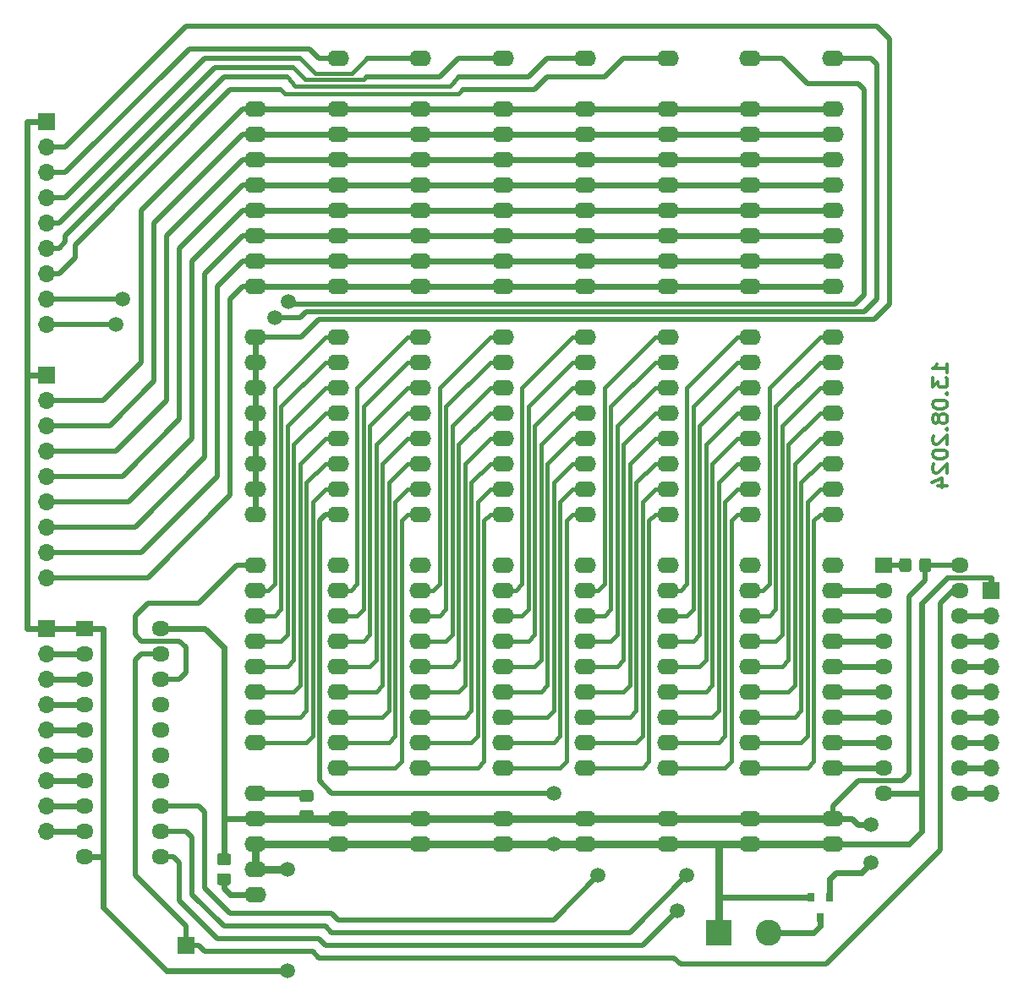
<source format=gbr>
%TF.GenerationSoftware,KiCad,Pcbnew,(5.1.8)-1*%
%TF.CreationDate,2024-08-14T23:36:35+03:00*%
%TF.ProjectId,MUL8x8,4d554c38-7838-42e6-9b69-6361645f7063,rev?*%
%TF.SameCoordinates,Original*%
%TF.FileFunction,Copper,L2,Bot*%
%TF.FilePolarity,Positive*%
%FSLAX46Y46*%
G04 Gerber Fmt 4.6, Leading zero omitted, Abs format (unit mm)*
G04 Created by KiCad (PCBNEW (5.1.8)-1) date 2024-08-14 23:36:35*
%MOMM*%
%LPD*%
G01*
G04 APERTURE LIST*
%TA.AperFunction,NonConductor*%
%ADD10C,0.300000*%
%TD*%
%TA.AperFunction,ComponentPad*%
%ADD11O,1.800000X1.500000*%
%TD*%
%TA.AperFunction,ComponentPad*%
%ADD12R,1.800000X1.500000*%
%TD*%
%TA.AperFunction,SMDPad,CuDef*%
%ADD13R,0.800000X0.900000*%
%TD*%
%TA.AperFunction,ComponentPad*%
%ADD14C,2.600000*%
%TD*%
%TA.AperFunction,ComponentPad*%
%ADD15R,2.600000X2.600000*%
%TD*%
%TA.AperFunction,ComponentPad*%
%ADD16R,1.700000X1.700000*%
%TD*%
%TA.AperFunction,ComponentPad*%
%ADD17O,1.700000X1.700000*%
%TD*%
%TA.AperFunction,ComponentPad*%
%ADD18O,2.200000X1.600000*%
%TD*%
%TA.AperFunction,ViaPad*%
%ADD19C,1.500000*%
%TD*%
%TA.AperFunction,Conductor*%
%ADD20C,0.400000*%
%TD*%
%TA.AperFunction,Conductor*%
%ADD21C,0.600000*%
%TD*%
%TA.AperFunction,Conductor*%
%ADD22C,0.500000*%
%TD*%
%TA.AperFunction,Conductor*%
%ADD23C,0.800000*%
%TD*%
G04 APERTURE END LIST*
D10*
X105453571Y-50594285D02*
X105453571Y-49737142D01*
X105453571Y-50165714D02*
X103953571Y-50165714D01*
X104167857Y-50022857D01*
X104310714Y-49880000D01*
X104382142Y-49737142D01*
X103953571Y-51094285D02*
X103953571Y-52022857D01*
X104525000Y-51522857D01*
X104525000Y-51737142D01*
X104596428Y-51880000D01*
X104667857Y-51951428D01*
X104810714Y-52022857D01*
X105167857Y-52022857D01*
X105310714Y-51951428D01*
X105382142Y-51880000D01*
X105453571Y-51737142D01*
X105453571Y-51308571D01*
X105382142Y-51165714D01*
X105310714Y-51094285D01*
X105310714Y-52665714D02*
X105382142Y-52737142D01*
X105453571Y-52665714D01*
X105382142Y-52594285D01*
X105310714Y-52665714D01*
X105453571Y-52665714D01*
X103953571Y-53665714D02*
X103953571Y-53808571D01*
X104025000Y-53951428D01*
X104096428Y-54022857D01*
X104239285Y-54094285D01*
X104525000Y-54165714D01*
X104882142Y-54165714D01*
X105167857Y-54094285D01*
X105310714Y-54022857D01*
X105382142Y-53951428D01*
X105453571Y-53808571D01*
X105453571Y-53665714D01*
X105382142Y-53522857D01*
X105310714Y-53451428D01*
X105167857Y-53380000D01*
X104882142Y-53308571D01*
X104525000Y-53308571D01*
X104239285Y-53380000D01*
X104096428Y-53451428D01*
X104025000Y-53522857D01*
X103953571Y-53665714D01*
X104596428Y-55022857D02*
X104525000Y-54880000D01*
X104453571Y-54808571D01*
X104310714Y-54737142D01*
X104239285Y-54737142D01*
X104096428Y-54808571D01*
X104025000Y-54880000D01*
X103953571Y-55022857D01*
X103953571Y-55308571D01*
X104025000Y-55451428D01*
X104096428Y-55522857D01*
X104239285Y-55594285D01*
X104310714Y-55594285D01*
X104453571Y-55522857D01*
X104525000Y-55451428D01*
X104596428Y-55308571D01*
X104596428Y-55022857D01*
X104667857Y-54880000D01*
X104739285Y-54808571D01*
X104882142Y-54737142D01*
X105167857Y-54737142D01*
X105310714Y-54808571D01*
X105382142Y-54880000D01*
X105453571Y-55022857D01*
X105453571Y-55308571D01*
X105382142Y-55451428D01*
X105310714Y-55522857D01*
X105167857Y-55594285D01*
X104882142Y-55594285D01*
X104739285Y-55522857D01*
X104667857Y-55451428D01*
X104596428Y-55308571D01*
X105310714Y-56237142D02*
X105382142Y-56308571D01*
X105453571Y-56237142D01*
X105382142Y-56165714D01*
X105310714Y-56237142D01*
X105453571Y-56237142D01*
X104096428Y-56880000D02*
X104025000Y-56951428D01*
X103953571Y-57094285D01*
X103953571Y-57451428D01*
X104025000Y-57594285D01*
X104096428Y-57665714D01*
X104239285Y-57737142D01*
X104382142Y-57737142D01*
X104596428Y-57665714D01*
X105453571Y-56808571D01*
X105453571Y-57737142D01*
X103953571Y-58665714D02*
X103953571Y-58808571D01*
X104025000Y-58951428D01*
X104096428Y-59022857D01*
X104239285Y-59094285D01*
X104525000Y-59165714D01*
X104882142Y-59165714D01*
X105167857Y-59094285D01*
X105310714Y-59022857D01*
X105382142Y-58951428D01*
X105453571Y-58808571D01*
X105453571Y-58665714D01*
X105382142Y-58522857D01*
X105310714Y-58451428D01*
X105167857Y-58380000D01*
X104882142Y-58308571D01*
X104525000Y-58308571D01*
X104239285Y-58380000D01*
X104096428Y-58451428D01*
X104025000Y-58522857D01*
X103953571Y-58665714D01*
X104096428Y-59737142D02*
X104025000Y-59808571D01*
X103953571Y-59951428D01*
X103953571Y-60308571D01*
X104025000Y-60451428D01*
X104096428Y-60522857D01*
X104239285Y-60594285D01*
X104382142Y-60594285D01*
X104596428Y-60522857D01*
X105453571Y-59665714D01*
X105453571Y-60594285D01*
X104453571Y-61880000D02*
X105453571Y-61880000D01*
X103882142Y-61522857D02*
X104953571Y-61165714D01*
X104953571Y-62094285D01*
%TO.P,R3,2*%
%TO.N,VCC*%
%TA.AperFunction,SMDPad,CuDef*%
G36*
G01*
X102635000Y-70300001D02*
X102635000Y-69399999D01*
G75*
G02*
X102884999Y-69150000I249999J0D01*
G01*
X103585001Y-69150000D01*
G75*
G02*
X103835000Y-69399999I0J-249999D01*
G01*
X103835000Y-70300001D01*
G75*
G02*
X103585001Y-70550000I-249999J0D01*
G01*
X102884999Y-70550000D01*
G75*
G02*
X102635000Y-70300001I0J249999D01*
G01*
G37*
%TD.AperFunction*%
%TO.P,R3,1*%
%TO.N,Net-(R3-Pad1)*%
%TA.AperFunction,SMDPad,CuDef*%
G36*
G01*
X100635000Y-70300001D02*
X100635000Y-69399999D01*
G75*
G02*
X100884999Y-69150000I249999J0D01*
G01*
X101585001Y-69150000D01*
G75*
G02*
X101835000Y-69399999I0J-249999D01*
G01*
X101835000Y-70300001D01*
G75*
G02*
X101585001Y-70550000I-249999J0D01*
G01*
X100884999Y-70550000D01*
G75*
G02*
X100635000Y-70300001I0J249999D01*
G01*
G37*
%TD.AperFunction*%
%TD*%
D11*
%TO.P,U10,20*%
%TO.N,VCC*%
X106680000Y-69850000D03*
%TO.P,U10,10*%
%TO.N,GND*%
X99060000Y-92710000D03*
%TO.P,U10,19*%
%TO.N,/~MUL*%
X106680000Y-72390000D03*
%TO.P,U10,9*%
%TO.N,/P15*%
X99060000Y-90170000D03*
%TO.P,U10,18*%
%TO.N,/M8*%
X106680000Y-74930000D03*
%TO.P,U10,8*%
%TO.N,/P14*%
X99060000Y-87630000D03*
%TO.P,U10,17*%
%TO.N,/M9*%
X106680000Y-77470000D03*
%TO.P,U10,7*%
%TO.N,/P13*%
X99060000Y-85090000D03*
%TO.P,U10,16*%
%TO.N,/M10*%
X106680000Y-80010000D03*
%TO.P,U10,6*%
%TO.N,/P12*%
X99060000Y-82550000D03*
%TO.P,U10,15*%
%TO.N,/M11*%
X106680000Y-82550000D03*
%TO.P,U10,5*%
%TO.N,/P11*%
X99060000Y-80010000D03*
%TO.P,U10,14*%
%TO.N,/M12*%
X106680000Y-85090000D03*
%TO.P,U10,4*%
%TO.N,/P10*%
X99060000Y-77470000D03*
%TO.P,U10,13*%
%TO.N,/M13*%
X106680000Y-87630000D03*
%TO.P,U10,3*%
%TO.N,/P9*%
X99060000Y-74930000D03*
%TO.P,U10,12*%
%TO.N,/M14*%
X106680000Y-90170000D03*
%TO.P,U10,2*%
%TO.N,/P8*%
X99060000Y-72390000D03*
%TO.P,U10,11*%
%TO.N,/M15*%
X106680000Y-92710000D03*
D12*
%TO.P,U10,1*%
%TO.N,Net-(R3-Pad1)*%
X99060000Y-69850000D03*
%TD*%
D11*
%TO.P,U9,20*%
%TO.N,VCC*%
X26670000Y-76200000D03*
%TO.P,U9,10*%
%TO.N,GND*%
X19050000Y-99060000D03*
%TO.P,U9,19*%
%TO.N,/~MUL*%
X26670000Y-78740000D03*
%TO.P,U9,9*%
%TO.N,/M7*%
X19050000Y-96520000D03*
%TO.P,U9,18*%
%TO.N,/P0*%
X26670000Y-81280000D03*
%TO.P,U9,8*%
%TO.N,/M6*%
X19050000Y-93980000D03*
%TO.P,U9,17*%
%TO.N,/P1*%
X26670000Y-83820000D03*
%TO.P,U9,7*%
%TO.N,/M5*%
X19050000Y-91440000D03*
%TO.P,U9,16*%
%TO.N,/P2*%
X26670000Y-86360000D03*
%TO.P,U9,6*%
%TO.N,/M4*%
X19050000Y-88900000D03*
%TO.P,U9,15*%
%TO.N,/P3*%
X26670000Y-88900000D03*
%TO.P,U9,5*%
%TO.N,/M3*%
X19050000Y-86360000D03*
%TO.P,U9,14*%
%TO.N,/P4*%
X26670000Y-91440000D03*
%TO.P,U9,4*%
%TO.N,/M2*%
X19050000Y-83820000D03*
%TO.P,U9,13*%
%TO.N,/P5*%
X26670000Y-93980000D03*
%TO.P,U9,3*%
%TO.N,/M1*%
X19050000Y-81280000D03*
%TO.P,U9,12*%
%TO.N,/P6*%
X26670000Y-96520000D03*
%TO.P,U9,2*%
%TO.N,/M0*%
X19050000Y-78740000D03*
%TO.P,U9,11*%
%TO.N,/P7*%
X26670000Y-99060000D03*
D12*
%TO.P,U9,1*%
%TO.N,GND*%
X19050000Y-76200000D03*
%TD*%
%TO.P,R2,2*%
%TO.N,VCC*%
%TA.AperFunction,SMDPad,CuDef*%
G36*
G01*
X33470001Y-99930000D02*
X32569999Y-99930000D01*
G75*
G02*
X32320000Y-99680001I0J249999D01*
G01*
X32320000Y-98979999D01*
G75*
G02*
X32569999Y-98730000I249999J0D01*
G01*
X33470001Y-98730000D01*
G75*
G02*
X33720000Y-98979999I0J-249999D01*
G01*
X33720000Y-99680001D01*
G75*
G02*
X33470001Y-99930000I-249999J0D01*
G01*
G37*
%TD.AperFunction*%
%TO.P,R2,1*%
%TO.N,Net-(R2-Pad1)*%
%TA.AperFunction,SMDPad,CuDef*%
G36*
G01*
X33470001Y-101930000D02*
X32569999Y-101930000D01*
G75*
G02*
X32320000Y-101680001I0J249999D01*
G01*
X32320000Y-100979999D01*
G75*
G02*
X32569999Y-100730000I249999J0D01*
G01*
X33470001Y-100730000D01*
G75*
G02*
X33720000Y-100979999I0J-249999D01*
G01*
X33720000Y-101680001D01*
G75*
G02*
X33470001Y-101930000I-249999J0D01*
G01*
G37*
%TD.AperFunction*%
%TD*%
%TO.P,R1,2*%
%TO.N,Net-(R1-Pad2)*%
%TA.AperFunction,SMDPad,CuDef*%
G36*
G01*
X41725001Y-93580000D02*
X40824999Y-93580000D01*
G75*
G02*
X40575000Y-93330001I0J249999D01*
G01*
X40575000Y-92629999D01*
G75*
G02*
X40824999Y-92380000I249999J0D01*
G01*
X41725001Y-92380000D01*
G75*
G02*
X41975000Y-92629999I0J-249999D01*
G01*
X41975000Y-93330001D01*
G75*
G02*
X41725001Y-93580000I-249999J0D01*
G01*
G37*
%TD.AperFunction*%
%TO.P,R1,1*%
%TO.N,VCC*%
%TA.AperFunction,SMDPad,CuDef*%
G36*
G01*
X41725001Y-95580000D02*
X40824999Y-95580000D01*
G75*
G02*
X40575000Y-95330001I0J249999D01*
G01*
X40575000Y-94629999D01*
G75*
G02*
X40824999Y-94380000I249999J0D01*
G01*
X41725001Y-94380000D01*
G75*
G02*
X41975000Y-94629999I0J-249999D01*
G01*
X41975000Y-95330001D01*
G75*
G02*
X41725001Y-95580000I-249999J0D01*
G01*
G37*
%TD.AperFunction*%
%TD*%
D13*
%TO.P,Q1,3*%
%TO.N,Net-(J6-Pad2)*%
X92710000Y-105140000D03*
%TO.P,Q1,2*%
%TO.N,VCC*%
X93660000Y-103140000D03*
%TO.P,Q1,1*%
%TO.N,GND*%
X91760000Y-103140000D03*
%TD*%
D14*
%TO.P,J6,2*%
%TO.N,Net-(J6-Pad2)*%
X87550000Y-106680000D03*
D15*
%TO.P,J6,1*%
%TO.N,GND*%
X82550000Y-106680000D03*
%TD*%
D16*
%TO.P,J5,1*%
%TO.N,/~MUL*%
X29210000Y-107950000D03*
%TD*%
D17*
%TO.P,J4,9*%
%TO.N,/M15*%
X109855000Y-92710000D03*
%TO.P,J4,8*%
%TO.N,/M14*%
X109855000Y-90170000D03*
%TO.P,J4,7*%
%TO.N,/M13*%
X109855000Y-87630000D03*
%TO.P,J4,6*%
%TO.N,/M12*%
X109855000Y-85090000D03*
%TO.P,J4,5*%
%TO.N,/M11*%
X109855000Y-82550000D03*
%TO.P,J4,4*%
%TO.N,/M10*%
X109855000Y-80010000D03*
%TO.P,J4,3*%
%TO.N,/M9*%
X109855000Y-77470000D03*
%TO.P,J4,2*%
%TO.N,/M8*%
X109855000Y-74930000D03*
D16*
%TO.P,J4,1*%
%TO.N,GND*%
X109855000Y-72390000D03*
%TD*%
D17*
%TO.P,J3,9*%
%TO.N,/M7*%
X15240000Y-96520000D03*
%TO.P,J3,8*%
%TO.N,/M6*%
X15240000Y-93980000D03*
%TO.P,J3,7*%
%TO.N,/M5*%
X15240000Y-91440000D03*
%TO.P,J3,6*%
%TO.N,/M4*%
X15240000Y-88900000D03*
%TO.P,J3,5*%
%TO.N,/M3*%
X15240000Y-86360000D03*
%TO.P,J3,4*%
%TO.N,/M2*%
X15240000Y-83820000D03*
%TO.P,J3,3*%
%TO.N,/M1*%
X15240000Y-81280000D03*
%TO.P,J3,2*%
%TO.N,/M0*%
X15240000Y-78740000D03*
D16*
%TO.P,J3,1*%
%TO.N,GND*%
X15240000Y-76200000D03*
%TD*%
D17*
%TO.P,J2,9*%
%TO.N,/B7*%
X15240000Y-45720000D03*
%TO.P,J2,8*%
%TO.N,/B6*%
X15240000Y-43180000D03*
%TO.P,J2,7*%
%TO.N,/B5*%
X15240000Y-40640000D03*
%TO.P,J2,6*%
%TO.N,/B4*%
X15240000Y-38100000D03*
%TO.P,J2,5*%
%TO.N,/B3*%
X15240000Y-35560000D03*
%TO.P,J2,4*%
%TO.N,/B2*%
X15240000Y-33020000D03*
%TO.P,J2,3*%
%TO.N,/B1*%
X15240000Y-30480000D03*
%TO.P,J2,2*%
%TO.N,/B0*%
X15240000Y-27940000D03*
D16*
%TO.P,J2,1*%
%TO.N,GND*%
X15240000Y-25400000D03*
%TD*%
D17*
%TO.P,J1,9*%
%TO.N,/A7*%
X15240000Y-71120000D03*
%TO.P,J1,8*%
%TO.N,/A6*%
X15240000Y-68580000D03*
%TO.P,J1,7*%
%TO.N,/A5*%
X15240000Y-66040000D03*
%TO.P,J1,6*%
%TO.N,/A4*%
X15240000Y-63500000D03*
%TO.P,J1,5*%
%TO.N,/A3*%
X15240000Y-60960000D03*
%TO.P,J1,4*%
%TO.N,/A2*%
X15240000Y-58420000D03*
%TO.P,J1,3*%
%TO.N,/A1*%
X15240000Y-55880000D03*
%TO.P,J1,2*%
%TO.N,/A0*%
X15240000Y-53340000D03*
D16*
%TO.P,J1,1*%
%TO.N,GND*%
X15240000Y-50800000D03*
%TD*%
D18*
%TO.P,U8,29*%
%TO.N,Net-(R2-Pad1)*%
X36195000Y-102870000D03*
%TO.P,U8,28*%
%TO.N,GND*%
X36195000Y-100330000D03*
%TO.P,U8,27*%
X36195000Y-97790000D03*
%TO.P,U8,26*%
%TO.N,VCC*%
X36195000Y-95250000D03*
%TO.P,U8,25*%
%TO.N,Net-(R1-Pad2)*%
X36195000Y-92710000D03*
%TO.P,U8,24*%
%TO.N,Net-(U1-Pad16)*%
X36195000Y-87630000D03*
%TO.P,U8,23*%
%TO.N,Net-(U1-Pad15)*%
X36195000Y-85090000D03*
%TO.P,U8,22*%
%TO.N,Net-(U1-Pad14)*%
X36195000Y-82550000D03*
%TO.P,U8,21*%
%TO.N,Net-(U1-Pad13)*%
X36195000Y-80010000D03*
%TO.P,U8,20*%
%TO.N,Net-(U1-Pad12)*%
X36195000Y-77470000D03*
%TO.P,U8,19*%
%TO.N,Net-(U1-Pad11)*%
X36195000Y-74930000D03*
%TO.P,U8,18*%
%TO.N,Net-(U1-Pad10)*%
X36195000Y-72390000D03*
%TO.P,U8,17*%
%TO.N,/P0*%
X36195000Y-69850000D03*
%TO.P,U8,16*%
%TO.N,/B0*%
X36195000Y-64770000D03*
%TO.P,U8,15*%
X36195000Y-62230000D03*
%TO.P,U8,14*%
X36195000Y-59690000D03*
%TO.P,U8,13*%
X36195000Y-57150000D03*
%TO.P,U8,12*%
X36195000Y-54610000D03*
%TO.P,U8,11*%
X36195000Y-52070000D03*
%TO.P,U8,10*%
X36195000Y-49530000D03*
%TO.P,U8,9*%
X36195000Y-46990000D03*
%TO.P,U8,8*%
%TO.N,/A7*%
X36195000Y-41910000D03*
%TO.P,U8,7*%
%TO.N,/A6*%
X36195000Y-39370000D03*
%TO.P,U8,6*%
%TO.N,/A5*%
X36195000Y-36830000D03*
%TO.P,U8,5*%
%TO.N,/A4*%
X36195000Y-34290000D03*
%TO.P,U8,4*%
%TO.N,/A3*%
X36195000Y-31750000D03*
%TO.P,U8,3*%
%TO.N,/A2*%
X36195000Y-29210000D03*
%TO.P,U8,2*%
%TO.N,/A1*%
X36195000Y-26670000D03*
%TO.P,U8,1*%
%TO.N,/A0*%
X36195000Y-24130000D03*
%TD*%
%TO.P,U7,28*%
%TO.N,GND*%
X93980000Y-97790000D03*
%TO.P,U7,27*%
%TO.N,VCC*%
X93980000Y-95250000D03*
%TO.P,U7,26*%
%TO.N,/P15*%
X93980000Y-90170000D03*
%TO.P,U7,25*%
%TO.N,/P14*%
X93980000Y-87630000D03*
%TO.P,U7,24*%
%TO.N,/P13*%
X93980000Y-85090000D03*
%TO.P,U7,23*%
%TO.N,/P12*%
X93980000Y-82550000D03*
%TO.P,U7,22*%
%TO.N,/P11*%
X93980000Y-80010000D03*
%TO.P,U7,21*%
%TO.N,/P10*%
X93980000Y-77470000D03*
%TO.P,U7,20*%
%TO.N,/P9*%
X93980000Y-74930000D03*
%TO.P,U7,19*%
%TO.N,/P8*%
X93980000Y-72390000D03*
%TO.P,U7,18*%
%TO.N,/P7*%
X93980000Y-69850000D03*
%TO.P,U7,17*%
%TO.N,Net-(U6-Pad26)*%
X93980000Y-64770000D03*
%TO.P,U7,16*%
%TO.N,Net-(U6-Pad25)*%
X93980000Y-62230000D03*
%TO.P,U7,15*%
%TO.N,Net-(U6-Pad24)*%
X93980000Y-59690000D03*
%TO.P,U7,14*%
%TO.N,Net-(U6-Pad23)*%
X93980000Y-57150000D03*
%TO.P,U7,13*%
%TO.N,Net-(U6-Pad22)*%
X93980000Y-54610000D03*
%TO.P,U7,12*%
%TO.N,Net-(U6-Pad21)*%
X93980000Y-52070000D03*
%TO.P,U7,11*%
%TO.N,Net-(U6-Pad20)*%
X93980000Y-49530000D03*
%TO.P,U7,10*%
%TO.N,Net-(U6-Pad19)*%
X93980000Y-46990000D03*
%TO.P,U7,9*%
%TO.N,/A7*%
X93980000Y-41910000D03*
%TO.P,U7,8*%
%TO.N,/A6*%
X93980000Y-39370000D03*
%TO.P,U7,7*%
%TO.N,/A5*%
X93980000Y-36830000D03*
%TO.P,U7,6*%
%TO.N,/A4*%
X93980000Y-34290000D03*
%TO.P,U7,5*%
%TO.N,/A3*%
X93980000Y-31750000D03*
%TO.P,U7,4*%
%TO.N,/A2*%
X93980000Y-29210000D03*
%TO.P,U7,3*%
%TO.N,/A1*%
X93980000Y-26670000D03*
%TO.P,U7,2*%
%TO.N,/A0*%
X93980000Y-24130000D03*
%TO.P,U7,1*%
%TO.N,/B7*%
X93980000Y-19050000D03*
%TD*%
%TO.P,U6,28*%
%TO.N,GND*%
X85725000Y-97790000D03*
%TO.P,U6,27*%
%TO.N,VCC*%
X85725000Y-95250000D03*
%TO.P,U6,26*%
%TO.N,Net-(U6-Pad26)*%
X85725000Y-90170000D03*
%TO.P,U6,25*%
%TO.N,Net-(U6-Pad25)*%
X85725000Y-87630000D03*
%TO.P,U6,24*%
%TO.N,Net-(U6-Pad24)*%
X85725000Y-85090000D03*
%TO.P,U6,23*%
%TO.N,Net-(U6-Pad23)*%
X85725000Y-82550000D03*
%TO.P,U6,22*%
%TO.N,Net-(U6-Pad22)*%
X85725000Y-80010000D03*
%TO.P,U6,21*%
%TO.N,Net-(U6-Pad21)*%
X85725000Y-77470000D03*
%TO.P,U6,20*%
%TO.N,Net-(U6-Pad20)*%
X85725000Y-74930000D03*
%TO.P,U6,19*%
%TO.N,Net-(U6-Pad19)*%
X85725000Y-72390000D03*
%TO.P,U6,18*%
%TO.N,/P6*%
X85725000Y-69850000D03*
%TO.P,U6,17*%
%TO.N,Net-(U5-Pad26)*%
X85725000Y-64770000D03*
%TO.P,U6,16*%
%TO.N,Net-(U5-Pad25)*%
X85725000Y-62230000D03*
%TO.P,U6,15*%
%TO.N,Net-(U5-Pad24)*%
X85725000Y-59690000D03*
%TO.P,U6,14*%
%TO.N,Net-(U5-Pad23)*%
X85725000Y-57150000D03*
%TO.P,U6,13*%
%TO.N,Net-(U5-Pad22)*%
X85725000Y-54610000D03*
%TO.P,U6,12*%
%TO.N,Net-(U5-Pad21)*%
X85725000Y-52070000D03*
%TO.P,U6,11*%
%TO.N,Net-(U5-Pad20)*%
X85725000Y-49530000D03*
%TO.P,U6,10*%
%TO.N,Net-(U5-Pad19)*%
X85725000Y-46990000D03*
%TO.P,U6,9*%
%TO.N,/A7*%
X85725000Y-41910000D03*
%TO.P,U6,8*%
%TO.N,/A6*%
X85725000Y-39370000D03*
%TO.P,U6,7*%
%TO.N,/A5*%
X85725000Y-36830000D03*
%TO.P,U6,6*%
%TO.N,/A4*%
X85725000Y-34290000D03*
%TO.P,U6,5*%
%TO.N,/A3*%
X85725000Y-31750000D03*
%TO.P,U6,4*%
%TO.N,/A2*%
X85725000Y-29210000D03*
%TO.P,U6,3*%
%TO.N,/A1*%
X85725000Y-26670000D03*
%TO.P,U6,2*%
%TO.N,/A0*%
X85725000Y-24130000D03*
%TO.P,U6,1*%
%TO.N,/B6*%
X85725000Y-19050000D03*
%TD*%
%TO.P,U5,28*%
%TO.N,GND*%
X77470000Y-97790000D03*
%TO.P,U5,27*%
%TO.N,VCC*%
X77470000Y-95250000D03*
%TO.P,U5,26*%
%TO.N,Net-(U5-Pad26)*%
X77470000Y-90170000D03*
%TO.P,U5,25*%
%TO.N,Net-(U5-Pad25)*%
X77470000Y-87630000D03*
%TO.P,U5,24*%
%TO.N,Net-(U5-Pad24)*%
X77470000Y-85090000D03*
%TO.P,U5,23*%
%TO.N,Net-(U5-Pad23)*%
X77470000Y-82550000D03*
%TO.P,U5,22*%
%TO.N,Net-(U5-Pad22)*%
X77470000Y-80010000D03*
%TO.P,U5,21*%
%TO.N,Net-(U5-Pad21)*%
X77470000Y-77470000D03*
%TO.P,U5,20*%
%TO.N,Net-(U5-Pad20)*%
X77470000Y-74930000D03*
%TO.P,U5,19*%
%TO.N,Net-(U5-Pad19)*%
X77470000Y-72390000D03*
%TO.P,U5,18*%
%TO.N,/P5*%
X77470000Y-69850000D03*
%TO.P,U5,17*%
%TO.N,Net-(U4-Pad26)*%
X77470000Y-64770000D03*
%TO.P,U5,16*%
%TO.N,Net-(U4-Pad25)*%
X77470000Y-62230000D03*
%TO.P,U5,15*%
%TO.N,Net-(U4-Pad24)*%
X77470000Y-59690000D03*
%TO.P,U5,14*%
%TO.N,Net-(U4-Pad23)*%
X77470000Y-57150000D03*
%TO.P,U5,13*%
%TO.N,Net-(U4-Pad22)*%
X77470000Y-54610000D03*
%TO.P,U5,12*%
%TO.N,Net-(U4-Pad21)*%
X77470000Y-52070000D03*
%TO.P,U5,11*%
%TO.N,Net-(U4-Pad20)*%
X77470000Y-49530000D03*
%TO.P,U5,10*%
%TO.N,Net-(U4-Pad19)*%
X77470000Y-46990000D03*
%TO.P,U5,9*%
%TO.N,/A7*%
X77470000Y-41910000D03*
%TO.P,U5,8*%
%TO.N,/A6*%
X77470000Y-39370000D03*
%TO.P,U5,7*%
%TO.N,/A5*%
X77470000Y-36830000D03*
%TO.P,U5,6*%
%TO.N,/A4*%
X77470000Y-34290000D03*
%TO.P,U5,5*%
%TO.N,/A3*%
X77470000Y-31750000D03*
%TO.P,U5,4*%
%TO.N,/A2*%
X77470000Y-29210000D03*
%TO.P,U5,3*%
%TO.N,/A1*%
X77470000Y-26670000D03*
%TO.P,U5,2*%
%TO.N,/A0*%
X77470000Y-24130000D03*
%TO.P,U5,1*%
%TO.N,/B5*%
X77470000Y-19050000D03*
%TD*%
%TO.P,U4,28*%
%TO.N,GND*%
X69215000Y-97790000D03*
%TO.P,U4,27*%
%TO.N,VCC*%
X69215000Y-95250000D03*
%TO.P,U4,26*%
%TO.N,Net-(U4-Pad26)*%
X69215000Y-90170000D03*
%TO.P,U4,25*%
%TO.N,Net-(U4-Pad25)*%
X69215000Y-87630000D03*
%TO.P,U4,24*%
%TO.N,Net-(U4-Pad24)*%
X69215000Y-85090000D03*
%TO.P,U4,23*%
%TO.N,Net-(U4-Pad23)*%
X69215000Y-82550000D03*
%TO.P,U4,22*%
%TO.N,Net-(U4-Pad22)*%
X69215000Y-80010000D03*
%TO.P,U4,21*%
%TO.N,Net-(U4-Pad21)*%
X69215000Y-77470000D03*
%TO.P,U4,20*%
%TO.N,Net-(U4-Pad20)*%
X69215000Y-74930000D03*
%TO.P,U4,19*%
%TO.N,Net-(U4-Pad19)*%
X69215000Y-72390000D03*
%TO.P,U4,18*%
%TO.N,/P4*%
X69215000Y-69850000D03*
%TO.P,U4,17*%
%TO.N,Net-(U3-Pad26)*%
X69215000Y-64770000D03*
%TO.P,U4,16*%
%TO.N,Net-(U3-Pad25)*%
X69215000Y-62230000D03*
%TO.P,U4,15*%
%TO.N,Net-(U3-Pad24)*%
X69215000Y-59690000D03*
%TO.P,U4,14*%
%TO.N,Net-(U3-Pad23)*%
X69215000Y-57150000D03*
%TO.P,U4,13*%
%TO.N,Net-(U3-Pad22)*%
X69215000Y-54610000D03*
%TO.P,U4,12*%
%TO.N,Net-(U3-Pad21)*%
X69215000Y-52070000D03*
%TO.P,U4,11*%
%TO.N,Net-(U3-Pad20)*%
X69215000Y-49530000D03*
%TO.P,U4,10*%
%TO.N,Net-(U3-Pad19)*%
X69215000Y-46990000D03*
%TO.P,U4,9*%
%TO.N,/A7*%
X69215000Y-41910000D03*
%TO.P,U4,8*%
%TO.N,/A6*%
X69215000Y-39370000D03*
%TO.P,U4,7*%
%TO.N,/A5*%
X69215000Y-36830000D03*
%TO.P,U4,6*%
%TO.N,/A4*%
X69215000Y-34290000D03*
%TO.P,U4,5*%
%TO.N,/A3*%
X69215000Y-31750000D03*
%TO.P,U4,4*%
%TO.N,/A2*%
X69215000Y-29210000D03*
%TO.P,U4,3*%
%TO.N,/A1*%
X69215000Y-26670000D03*
%TO.P,U4,2*%
%TO.N,/A0*%
X69215000Y-24130000D03*
%TO.P,U4,1*%
%TO.N,/B4*%
X69215000Y-19050000D03*
%TD*%
%TO.P,U3,28*%
%TO.N,GND*%
X60960000Y-97790000D03*
%TO.P,U3,27*%
%TO.N,VCC*%
X60960000Y-95250000D03*
%TO.P,U3,26*%
%TO.N,Net-(U3-Pad26)*%
X60960000Y-90170000D03*
%TO.P,U3,25*%
%TO.N,Net-(U3-Pad25)*%
X60960000Y-87630000D03*
%TO.P,U3,24*%
%TO.N,Net-(U3-Pad24)*%
X60960000Y-85090000D03*
%TO.P,U3,23*%
%TO.N,Net-(U3-Pad23)*%
X60960000Y-82550000D03*
%TO.P,U3,22*%
%TO.N,Net-(U3-Pad22)*%
X60960000Y-80010000D03*
%TO.P,U3,21*%
%TO.N,Net-(U3-Pad21)*%
X60960000Y-77470000D03*
%TO.P,U3,20*%
%TO.N,Net-(U3-Pad20)*%
X60960000Y-74930000D03*
%TO.P,U3,19*%
%TO.N,Net-(U3-Pad19)*%
X60960000Y-72390000D03*
%TO.P,U3,18*%
%TO.N,/P3*%
X60960000Y-69850000D03*
%TO.P,U3,17*%
%TO.N,Net-(U2-Pad26)*%
X60960000Y-64770000D03*
%TO.P,U3,16*%
%TO.N,Net-(U2-Pad25)*%
X60960000Y-62230000D03*
%TO.P,U3,15*%
%TO.N,Net-(U2-Pad24)*%
X60960000Y-59690000D03*
%TO.P,U3,14*%
%TO.N,Net-(U2-Pad23)*%
X60960000Y-57150000D03*
%TO.P,U3,13*%
%TO.N,Net-(U2-Pad22)*%
X60960000Y-54610000D03*
%TO.P,U3,12*%
%TO.N,Net-(U2-Pad21)*%
X60960000Y-52070000D03*
%TO.P,U3,11*%
%TO.N,Net-(U2-Pad20)*%
X60960000Y-49530000D03*
%TO.P,U3,10*%
%TO.N,Net-(U2-Pad19)*%
X60960000Y-46990000D03*
%TO.P,U3,9*%
%TO.N,/A7*%
X60960000Y-41910000D03*
%TO.P,U3,8*%
%TO.N,/A6*%
X60960000Y-39370000D03*
%TO.P,U3,7*%
%TO.N,/A5*%
X60960000Y-36830000D03*
%TO.P,U3,6*%
%TO.N,/A4*%
X60960000Y-34290000D03*
%TO.P,U3,5*%
%TO.N,/A3*%
X60960000Y-31750000D03*
%TO.P,U3,4*%
%TO.N,/A2*%
X60960000Y-29210000D03*
%TO.P,U3,3*%
%TO.N,/A1*%
X60960000Y-26670000D03*
%TO.P,U3,2*%
%TO.N,/A0*%
X60960000Y-24130000D03*
%TO.P,U3,1*%
%TO.N,/B3*%
X60960000Y-19050000D03*
%TD*%
%TO.P,U2,28*%
%TO.N,GND*%
X52705000Y-97790000D03*
%TO.P,U2,27*%
%TO.N,VCC*%
X52705000Y-95250000D03*
%TO.P,U2,26*%
%TO.N,Net-(U2-Pad26)*%
X52705000Y-90170000D03*
%TO.P,U2,25*%
%TO.N,Net-(U2-Pad25)*%
X52705000Y-87630000D03*
%TO.P,U2,24*%
%TO.N,Net-(U2-Pad24)*%
X52705000Y-85090000D03*
%TO.P,U2,23*%
%TO.N,Net-(U2-Pad23)*%
X52705000Y-82550000D03*
%TO.P,U2,22*%
%TO.N,Net-(U2-Pad22)*%
X52705000Y-80010000D03*
%TO.P,U2,21*%
%TO.N,Net-(U2-Pad21)*%
X52705000Y-77470000D03*
%TO.P,U2,20*%
%TO.N,Net-(U2-Pad20)*%
X52705000Y-74930000D03*
%TO.P,U2,19*%
%TO.N,Net-(U2-Pad19)*%
X52705000Y-72390000D03*
%TO.P,U2,18*%
%TO.N,/P2*%
X52705000Y-69850000D03*
%TO.P,U2,17*%
%TO.N,Net-(U1-Pad26)*%
X52705000Y-64770000D03*
%TO.P,U2,16*%
%TO.N,Net-(U1-Pad25)*%
X52705000Y-62230000D03*
%TO.P,U2,15*%
%TO.N,Net-(U1-Pad24)*%
X52705000Y-59690000D03*
%TO.P,U2,14*%
%TO.N,Net-(U1-Pad23)*%
X52705000Y-57150000D03*
%TO.P,U2,13*%
%TO.N,Net-(U1-Pad22)*%
X52705000Y-54610000D03*
%TO.P,U2,12*%
%TO.N,Net-(U1-Pad21)*%
X52705000Y-52070000D03*
%TO.P,U2,11*%
%TO.N,Net-(U1-Pad20)*%
X52705000Y-49530000D03*
%TO.P,U2,10*%
%TO.N,Net-(U1-Pad19)*%
X52705000Y-46990000D03*
%TO.P,U2,9*%
%TO.N,/A7*%
X52705000Y-41910000D03*
%TO.P,U2,8*%
%TO.N,/A6*%
X52705000Y-39370000D03*
%TO.P,U2,7*%
%TO.N,/A5*%
X52705000Y-36830000D03*
%TO.P,U2,6*%
%TO.N,/A4*%
X52705000Y-34290000D03*
%TO.P,U2,5*%
%TO.N,/A3*%
X52705000Y-31750000D03*
%TO.P,U2,4*%
%TO.N,/A2*%
X52705000Y-29210000D03*
%TO.P,U2,3*%
%TO.N,/A1*%
X52705000Y-26670000D03*
%TO.P,U2,2*%
%TO.N,/A0*%
X52705000Y-24130000D03*
%TO.P,U2,1*%
%TO.N,/B2*%
X52705000Y-19050000D03*
%TD*%
%TO.P,U1,28*%
%TO.N,GND*%
X44450000Y-97790000D03*
%TO.P,U1,27*%
%TO.N,VCC*%
X44450000Y-95250000D03*
%TO.P,U1,26*%
%TO.N,Net-(U1-Pad26)*%
X44450000Y-90170000D03*
%TO.P,U1,25*%
%TO.N,Net-(U1-Pad25)*%
X44450000Y-87630000D03*
%TO.P,U1,24*%
%TO.N,Net-(U1-Pad24)*%
X44450000Y-85090000D03*
%TO.P,U1,23*%
%TO.N,Net-(U1-Pad23)*%
X44450000Y-82550000D03*
%TO.P,U1,22*%
%TO.N,Net-(U1-Pad22)*%
X44450000Y-80010000D03*
%TO.P,U1,21*%
%TO.N,Net-(U1-Pad21)*%
X44450000Y-77470000D03*
%TO.P,U1,20*%
%TO.N,Net-(U1-Pad20)*%
X44450000Y-74930000D03*
%TO.P,U1,19*%
%TO.N,Net-(U1-Pad19)*%
X44450000Y-72390000D03*
%TO.P,U1,18*%
%TO.N,/P1*%
X44450000Y-69850000D03*
%TO.P,U1,17*%
%TO.N,GND*%
X44450000Y-64770000D03*
%TO.P,U1,16*%
%TO.N,Net-(U1-Pad16)*%
X44450000Y-62230000D03*
%TO.P,U1,15*%
%TO.N,Net-(U1-Pad15)*%
X44450000Y-59690000D03*
%TO.P,U1,14*%
%TO.N,Net-(U1-Pad14)*%
X44450000Y-57150000D03*
%TO.P,U1,13*%
%TO.N,Net-(U1-Pad13)*%
X44450000Y-54610000D03*
%TO.P,U1,12*%
%TO.N,Net-(U1-Pad12)*%
X44450000Y-52070000D03*
%TO.P,U1,11*%
%TO.N,Net-(U1-Pad11)*%
X44450000Y-49530000D03*
%TO.P,U1,10*%
%TO.N,Net-(U1-Pad10)*%
X44450000Y-46990000D03*
%TO.P,U1,9*%
%TO.N,/A7*%
X44450000Y-41910000D03*
%TO.P,U1,8*%
%TO.N,/A6*%
X44450000Y-39370000D03*
%TO.P,U1,7*%
%TO.N,/A5*%
X44450000Y-36830000D03*
%TO.P,U1,6*%
%TO.N,/A4*%
X44450000Y-34290000D03*
%TO.P,U1,5*%
%TO.N,/A3*%
X44450000Y-31750000D03*
%TO.P,U1,4*%
%TO.N,/A2*%
X44450000Y-29210000D03*
%TO.P,U1,3*%
%TO.N,/A1*%
X44450000Y-26670000D03*
%TO.P,U1,2*%
%TO.N,/A0*%
X44450000Y-24130000D03*
%TO.P,U1,1*%
%TO.N,/B1*%
X44450000Y-19050000D03*
%TD*%
D19*
%TO.N,GND*%
X66040000Y-92710000D03*
X66040000Y-97790000D03*
X39370000Y-100330000D03*
X39370000Y-110490000D03*
%TO.N,/B7*%
X38100000Y-45085000D03*
X22225000Y-45720000D03*
%TO.N,/B6*%
X39497000Y-43434000D03*
X22860000Y-43180000D03*
%TO.N,VCC*%
X97790000Y-95885000D03*
X97790000Y-99695000D03*
%TO.N,/P5*%
X70485000Y-100965000D03*
%TO.N,/P6*%
X79375000Y-100965000D03*
%TO.N,/P7*%
X78422500Y-104457500D03*
%TD*%
D20*
%TO.N,Net-(U1-Pad26)*%
X50165000Y-90170000D02*
X44450000Y-90170000D01*
X50800000Y-89535000D02*
X50165000Y-90170000D01*
X50800000Y-65405000D02*
X50800000Y-89535000D01*
X51435000Y-64770000D02*
X50800000Y-65405000D01*
X52705000Y-64770000D02*
X51435000Y-64770000D01*
%TO.N,Net-(U1-Pad25)*%
X52705000Y-62230000D02*
X51435000Y-62230000D01*
X51435000Y-62230000D02*
X50165000Y-63500000D01*
X50165000Y-63500000D02*
X50165000Y-86995000D01*
X49530000Y-87630000D02*
X44450000Y-87630000D01*
X50165000Y-86995000D02*
X49530000Y-87630000D01*
%TO.N,Net-(U1-Pad24)*%
X52705000Y-59690000D02*
X51435000Y-59690000D01*
X51435000Y-59690000D02*
X49530000Y-61595000D01*
X49530000Y-61595000D02*
X49530000Y-84455000D01*
X48895000Y-85090000D02*
X44450000Y-85090000D01*
X49530000Y-84455000D02*
X48895000Y-85090000D01*
%TO.N,Net-(U1-Pad23)*%
X48260000Y-82550000D02*
X44450000Y-82550000D01*
X48895000Y-81915000D02*
X48260000Y-82550000D01*
X48895000Y-59690000D02*
X48895000Y-81915000D01*
X51435000Y-57150000D02*
X48895000Y-59690000D01*
X52705000Y-57150000D02*
X51435000Y-57150000D01*
%TO.N,Net-(U1-Pad22)*%
X52705000Y-54610000D02*
X51435000Y-54610000D01*
X51435000Y-54610000D02*
X48260000Y-57785000D01*
X48260000Y-57785000D02*
X48260000Y-79375000D01*
X47625000Y-80010000D02*
X44450000Y-80010000D01*
X48260000Y-79375000D02*
X47625000Y-80010000D01*
%TO.N,Net-(U1-Pad21)*%
X52705000Y-52070000D02*
X51435000Y-52070000D01*
X51435000Y-52070000D02*
X47625000Y-55880000D01*
X47625000Y-55880000D02*
X47625000Y-76835000D01*
X46990000Y-77470000D02*
X44450000Y-77470000D01*
X47625000Y-76835000D02*
X46990000Y-77470000D01*
%TO.N,Net-(U1-Pad20)*%
X46355000Y-74930000D02*
X44450000Y-74930000D01*
X46990000Y-74295000D02*
X46355000Y-74930000D01*
X46990000Y-53975000D02*
X46990000Y-74295000D01*
X51435000Y-49530000D02*
X46990000Y-53975000D01*
X52705000Y-49530000D02*
X51435000Y-49530000D01*
%TO.N,Net-(U1-Pad19)*%
X46355000Y-71755000D02*
X45720000Y-72390000D01*
X45720000Y-72390000D02*
X44450000Y-72390000D01*
X46355000Y-52070000D02*
X46355000Y-71755000D01*
X51435000Y-46990000D02*
X46355000Y-52070000D01*
X52705000Y-46990000D02*
X51435000Y-46990000D01*
%TO.N,Net-(U1-Pad16)*%
X41275000Y-87630000D02*
X36195000Y-87630000D01*
X41910000Y-86995000D02*
X41275000Y-87630000D01*
X41910000Y-63500000D02*
X41910000Y-86995000D01*
X43180000Y-62230000D02*
X41910000Y-63500000D01*
X44450000Y-62230000D02*
X43180000Y-62230000D01*
%TO.N,Net-(U1-Pad15)*%
X41275000Y-84455000D02*
X40640000Y-85090000D01*
X41275000Y-61595000D02*
X41275000Y-84455000D01*
X40640000Y-85090000D02*
X36195000Y-85090000D01*
X43180000Y-59690000D02*
X41275000Y-61595000D01*
X44450000Y-59690000D02*
X43180000Y-59690000D01*
%TO.N,Net-(U1-Pad14)*%
X40005000Y-82550000D02*
X36195000Y-82550000D01*
X40640000Y-81915000D02*
X40005000Y-82550000D01*
X40640000Y-59690000D02*
X40640000Y-81915000D01*
X43180000Y-57150000D02*
X40640000Y-59690000D01*
X44450000Y-57150000D02*
X43180000Y-57150000D01*
%TO.N,Net-(U1-Pad13)*%
X39370000Y-80010000D02*
X36195000Y-80010000D01*
X40005000Y-79375000D02*
X39370000Y-80010000D01*
X40005000Y-57785000D02*
X40005000Y-79375000D01*
X43180000Y-54610000D02*
X40005000Y-57785000D01*
X44450000Y-54610000D02*
X43180000Y-54610000D01*
%TO.N,Net-(U1-Pad12)*%
X44450000Y-52070000D02*
X43180000Y-52070000D01*
X43180000Y-52070000D02*
X39370000Y-55880000D01*
X39370000Y-55880000D02*
X39370000Y-76835000D01*
X38735000Y-77470000D02*
X36195000Y-77470000D01*
X39370000Y-76835000D02*
X38735000Y-77470000D01*
%TO.N,Net-(U1-Pad11)*%
X38100000Y-74930000D02*
X36195000Y-74930000D01*
X38735000Y-74295000D02*
X38100000Y-74930000D01*
X38735000Y-53975000D02*
X38735000Y-74295000D01*
X43180000Y-49530000D02*
X38735000Y-53975000D01*
X44450000Y-49530000D02*
X43180000Y-49530000D01*
%TO.N,Net-(U1-Pad10)*%
X37465000Y-72390000D02*
X36195000Y-72390000D01*
X38100000Y-71755000D02*
X37465000Y-72390000D01*
X38100000Y-52070000D02*
X38100000Y-71755000D01*
X43180000Y-46990000D02*
X38100000Y-52070000D01*
X44450000Y-46990000D02*
X43180000Y-46990000D01*
%TO.N,Net-(U2-Pad26)*%
X58420000Y-90170000D02*
X52705000Y-90170000D01*
X59055000Y-89535000D02*
X58420000Y-90170000D01*
X59055000Y-65405000D02*
X59055000Y-89535000D01*
X59690000Y-64770000D02*
X59055000Y-65405000D01*
X60960000Y-64770000D02*
X59690000Y-64770000D01*
%TO.N,Net-(U2-Pad25)*%
X57785000Y-87630000D02*
X52705000Y-87630000D01*
X58420000Y-86995000D02*
X57785000Y-87630000D01*
X58420000Y-63500000D02*
X58420000Y-86995000D01*
X59690000Y-62230000D02*
X58420000Y-63500000D01*
X60960000Y-62230000D02*
X59690000Y-62230000D01*
%TO.N,Net-(U2-Pad24)*%
X57150000Y-85090000D02*
X52705000Y-85090000D01*
X57785000Y-84455000D02*
X57150000Y-85090000D01*
X57785000Y-61595000D02*
X57785000Y-84455000D01*
X59690000Y-59690000D02*
X57785000Y-61595000D01*
X60960000Y-59690000D02*
X59690000Y-59690000D01*
%TO.N,Net-(U2-Pad23)*%
X56515000Y-82550000D02*
X52705000Y-82550000D01*
X57150000Y-59690000D02*
X57150000Y-81915000D01*
X59690000Y-57150000D02*
X57150000Y-59690000D01*
X57150000Y-81915000D02*
X56515000Y-82550000D01*
X60960000Y-57150000D02*
X59690000Y-57150000D01*
%TO.N,Net-(U2-Pad22)*%
X55880000Y-80010000D02*
X52705000Y-80010000D01*
X56515000Y-79375000D02*
X55880000Y-80010000D01*
X56515000Y-57785000D02*
X56515000Y-79375000D01*
X59690000Y-54610000D02*
X56515000Y-57785000D01*
X60960000Y-54610000D02*
X59690000Y-54610000D01*
%TO.N,Net-(U2-Pad21)*%
X55245000Y-77470000D02*
X52705000Y-77470000D01*
X55880000Y-76835000D02*
X55245000Y-77470000D01*
X55880000Y-55880000D02*
X55880000Y-76835000D01*
X59690000Y-52070000D02*
X55880000Y-55880000D01*
X60960000Y-52070000D02*
X59690000Y-52070000D01*
%TO.N,Net-(U2-Pad20)*%
X54610000Y-74930000D02*
X52705000Y-74930000D01*
X55245000Y-74295000D02*
X54610000Y-74930000D01*
X55245000Y-53975000D02*
X55245000Y-74295000D01*
X59690000Y-49530000D02*
X55245000Y-53975000D01*
X60960000Y-49530000D02*
X59690000Y-49530000D01*
%TO.N,Net-(U2-Pad19)*%
X53975000Y-72390000D02*
X52705000Y-72390000D01*
X54610000Y-71755000D02*
X53975000Y-72390000D01*
X54610000Y-52070000D02*
X54610000Y-71755000D01*
X59690000Y-46990000D02*
X54610000Y-52070000D01*
X60960000Y-46990000D02*
X59690000Y-46990000D01*
%TO.N,Net-(U3-Pad26)*%
X66675000Y-90170000D02*
X60960000Y-90170000D01*
X67310000Y-89535000D02*
X66675000Y-90170000D01*
X67310000Y-65405000D02*
X67310000Y-89535000D01*
X67945000Y-64770000D02*
X67310000Y-65405000D01*
X69215000Y-64770000D02*
X67945000Y-64770000D01*
%TO.N,Net-(U3-Pad25)*%
X66040000Y-87630000D02*
X60960000Y-87630000D01*
X66675000Y-86995000D02*
X66040000Y-87630000D01*
X67945000Y-62230000D02*
X66675000Y-63500000D01*
X66675000Y-63500000D02*
X66675000Y-86995000D01*
X69215000Y-62230000D02*
X67945000Y-62230000D01*
%TO.N,Net-(U3-Pad24)*%
X65405000Y-85090000D02*
X60960000Y-85090000D01*
X66040000Y-84455000D02*
X65405000Y-85090000D01*
X66040000Y-61595000D02*
X66040000Y-84455000D01*
X67945000Y-59690000D02*
X66040000Y-61595000D01*
X69215000Y-59690000D02*
X67945000Y-59690000D01*
%TO.N,Net-(U3-Pad23)*%
X64770000Y-82550000D02*
X60960000Y-82550000D01*
X65405000Y-81915000D02*
X64770000Y-82550000D01*
X65405000Y-59690000D02*
X65405000Y-81915000D01*
X67945000Y-57150000D02*
X65405000Y-59690000D01*
X69215000Y-57150000D02*
X67945000Y-57150000D01*
%TO.N,Net-(U3-Pad22)*%
X64135000Y-80010000D02*
X60960000Y-80010000D01*
X64770000Y-79375000D02*
X64135000Y-80010000D01*
X64770000Y-57785000D02*
X64770000Y-79375000D01*
X67945000Y-54610000D02*
X64770000Y-57785000D01*
X69215000Y-54610000D02*
X67945000Y-54610000D01*
%TO.N,Net-(U3-Pad21)*%
X63500000Y-77470000D02*
X60960000Y-77470000D01*
X64135000Y-76835000D02*
X63500000Y-77470000D01*
X64135000Y-55880000D02*
X64135000Y-76835000D01*
X67945000Y-52070000D02*
X64135000Y-55880000D01*
X69215000Y-52070000D02*
X67945000Y-52070000D01*
%TO.N,Net-(U3-Pad20)*%
X62865000Y-74930000D02*
X60960000Y-74930000D01*
X63500000Y-74295000D02*
X62865000Y-74930000D01*
X63500000Y-53975000D02*
X63500000Y-74295000D01*
X67945000Y-49530000D02*
X63500000Y-53975000D01*
X69215000Y-49530000D02*
X67945000Y-49530000D01*
%TO.N,Net-(U3-Pad19)*%
X62230000Y-72390000D02*
X60960000Y-72390000D01*
X62865000Y-71755000D02*
X62230000Y-72390000D01*
X62865000Y-52070000D02*
X62865000Y-71755000D01*
X67945000Y-46990000D02*
X62865000Y-52070000D01*
X69215000Y-46990000D02*
X67945000Y-46990000D01*
%TO.N,Net-(U4-Pad26)*%
X77470000Y-64770000D02*
X76200000Y-64770000D01*
X76200000Y-64770000D02*
X75565000Y-65405000D01*
X75565000Y-65405000D02*
X75565000Y-89535000D01*
X74930000Y-90170000D02*
X69215000Y-90170000D01*
X75565000Y-89535000D02*
X74930000Y-90170000D01*
%TO.N,Net-(U4-Pad25)*%
X74295000Y-87630000D02*
X69215000Y-87630000D01*
X74930000Y-86995000D02*
X74295000Y-87630000D01*
X76200000Y-62230000D02*
X74930000Y-63500000D01*
X74930000Y-63500000D02*
X74930000Y-86995000D01*
X77470000Y-62230000D02*
X76200000Y-62230000D01*
%TO.N,Net-(U4-Pad24)*%
X77470000Y-59690000D02*
X76200000Y-59690000D01*
X76200000Y-59690000D02*
X74295000Y-61595000D01*
X74295000Y-61595000D02*
X74295000Y-84455000D01*
X73660000Y-85090000D02*
X69215000Y-85090000D01*
X74295000Y-84455000D02*
X73660000Y-85090000D01*
%TO.N,Net-(U4-Pad23)*%
X73025000Y-82550000D02*
X69215000Y-82550000D01*
X73660000Y-81915000D02*
X73025000Y-82550000D01*
X73660000Y-59690000D02*
X73660000Y-81915000D01*
X76200000Y-57150000D02*
X73660000Y-59690000D01*
X77470000Y-57150000D02*
X76200000Y-57150000D01*
%TO.N,Net-(U4-Pad22)*%
X77470000Y-54610000D02*
X76200000Y-54610000D01*
X76200000Y-54610000D02*
X73025000Y-57785000D01*
X73025000Y-57785000D02*
X73025000Y-79375000D01*
X72390000Y-80010000D02*
X69215000Y-80010000D01*
X73025000Y-79375000D02*
X72390000Y-80010000D01*
%TO.N,Net-(U4-Pad21)*%
X71755000Y-77470000D02*
X69215000Y-77470000D01*
X72390000Y-76835000D02*
X71755000Y-77470000D01*
X72390000Y-55880000D02*
X72390000Y-76835000D01*
X76200000Y-52070000D02*
X72390000Y-55880000D01*
X77470000Y-52070000D02*
X76200000Y-52070000D01*
%TO.N,Net-(U4-Pad20)*%
X71755000Y-74295000D02*
X71120000Y-74930000D01*
X71755000Y-53975000D02*
X71755000Y-74295000D01*
X71120000Y-74930000D02*
X69215000Y-74930000D01*
X76200000Y-49530000D02*
X71755000Y-53975000D01*
X77470000Y-49530000D02*
X76200000Y-49530000D01*
%TO.N,Net-(U4-Pad19)*%
X70485000Y-72390000D02*
X69215000Y-72390000D01*
X71120000Y-52070000D02*
X71120000Y-71755000D01*
X76200000Y-46990000D02*
X71120000Y-52070000D01*
X71120000Y-71755000D02*
X70485000Y-72390000D01*
X77470000Y-46990000D02*
X76200000Y-46990000D01*
%TO.N,Net-(U5-Pad26)*%
X83185000Y-90170000D02*
X77470000Y-90170000D01*
X83820000Y-89535000D02*
X83185000Y-90170000D01*
X83820000Y-65405000D02*
X83820000Y-89535000D01*
X84455000Y-64770000D02*
X83820000Y-65405000D01*
X85725000Y-64770000D02*
X84455000Y-64770000D01*
%TO.N,Net-(U5-Pad25)*%
X83185000Y-86995000D02*
X82550000Y-87630000D01*
X83185000Y-63500000D02*
X83185000Y-86995000D01*
X82550000Y-87630000D02*
X77470000Y-87630000D01*
X84455000Y-62230000D02*
X83185000Y-63500000D01*
X85725000Y-62230000D02*
X84455000Y-62230000D01*
%TO.N,Net-(U5-Pad24)*%
X85725000Y-59690000D02*
X84455000Y-59690000D01*
X84455000Y-59690000D02*
X82550000Y-61595000D01*
X82550000Y-61595000D02*
X82550000Y-84455000D01*
X81915000Y-85090000D02*
X77470000Y-85090000D01*
X82550000Y-84455000D02*
X81915000Y-85090000D01*
%TO.N,Net-(U5-Pad23)*%
X81280000Y-82550000D02*
X77470000Y-82550000D01*
X81915000Y-81915000D02*
X81280000Y-82550000D01*
X81915000Y-59690000D02*
X81915000Y-81915000D01*
X84455000Y-57150000D02*
X81915000Y-59690000D01*
X85725000Y-57150000D02*
X84455000Y-57150000D01*
%TO.N,Net-(U5-Pad22)*%
X80645000Y-80010000D02*
X77470000Y-80010000D01*
X81280000Y-79375000D02*
X80645000Y-80010000D01*
X81280000Y-57785000D02*
X81280000Y-79375000D01*
X84455000Y-54610000D02*
X81280000Y-57785000D01*
X85725000Y-54610000D02*
X84455000Y-54610000D01*
%TO.N,Net-(U5-Pad21)*%
X80645000Y-76835000D02*
X80010000Y-77470000D01*
X80010000Y-77470000D02*
X77470000Y-77470000D01*
X80645000Y-55880000D02*
X80645000Y-76835000D01*
X84455000Y-52070000D02*
X80645000Y-55880000D01*
X85725000Y-52070000D02*
X84455000Y-52070000D01*
%TO.N,Net-(U5-Pad20)*%
X80010000Y-74295000D02*
X79375000Y-74930000D01*
X84455000Y-49530000D02*
X80010000Y-53975000D01*
X79375000Y-74930000D02*
X77470000Y-74930000D01*
X80010000Y-53975000D02*
X80010000Y-74295000D01*
X85725000Y-49530000D02*
X84455000Y-49530000D01*
%TO.N,Net-(U5-Pad19)*%
X78740000Y-72390000D02*
X77470000Y-72390000D01*
X79375000Y-52070000D02*
X79375000Y-71755000D01*
X84455000Y-46990000D02*
X79375000Y-52070000D01*
X79375000Y-71755000D02*
X78740000Y-72390000D01*
X85725000Y-46990000D02*
X84455000Y-46990000D01*
%TO.N,Net-(U6-Pad26)*%
X93980000Y-64770000D02*
X92710000Y-64770000D01*
X92710000Y-64770000D02*
X92075000Y-65405000D01*
X92075000Y-65405000D02*
X92075000Y-89535000D01*
X91440000Y-90170000D02*
X85725000Y-90170000D01*
X92075000Y-89535000D02*
X91440000Y-90170000D01*
%TO.N,Net-(U6-Pad25)*%
X90805000Y-87630000D02*
X85725000Y-87630000D01*
X91440000Y-86995000D02*
X90805000Y-87630000D01*
X91440000Y-63500000D02*
X91440000Y-86995000D01*
X92710000Y-62230000D02*
X91440000Y-63500000D01*
X93980000Y-62230000D02*
X92710000Y-62230000D01*
%TO.N,Net-(U6-Pad24)*%
X93980000Y-59690000D02*
X92710000Y-59690000D01*
X92710000Y-59690000D02*
X90805000Y-61595000D01*
X90805000Y-61595000D02*
X90805000Y-84455000D01*
X90170000Y-85090000D02*
X85725000Y-85090000D01*
X90805000Y-84455000D02*
X90170000Y-85090000D01*
%TO.N,Net-(U6-Pad23)*%
X93980000Y-57150000D02*
X92710000Y-57150000D01*
X92710000Y-57150000D02*
X90170000Y-59690000D01*
X90170000Y-59690000D02*
X90170000Y-81915000D01*
X89535000Y-82550000D02*
X85725000Y-82550000D01*
X90170000Y-81915000D02*
X89535000Y-82550000D01*
%TO.N,Net-(U6-Pad22)*%
X93980000Y-54610000D02*
X92710000Y-54610000D01*
X92710000Y-54610000D02*
X89535000Y-57785000D01*
X89535000Y-57785000D02*
X89535000Y-79375000D01*
X88900000Y-80010000D02*
X85725000Y-80010000D01*
X89535000Y-79375000D02*
X88900000Y-80010000D01*
%TO.N,Net-(U6-Pad21)*%
X93980000Y-52070000D02*
X92710000Y-52070000D01*
X92710000Y-52070000D02*
X88900000Y-55880000D01*
X88900000Y-55880000D02*
X88900000Y-76835000D01*
X88265000Y-77470000D02*
X85725000Y-77470000D01*
X88900000Y-76835000D02*
X88265000Y-77470000D01*
%TO.N,Net-(U6-Pad20)*%
X93980000Y-49530000D02*
X92710000Y-49530000D01*
X92710000Y-49530000D02*
X88265000Y-53975000D01*
X88265000Y-53975000D02*
X88265000Y-74295000D01*
X87630000Y-74930000D02*
X85725000Y-74930000D01*
X88265000Y-74295000D02*
X87630000Y-74930000D01*
%TO.N,Net-(U6-Pad19)*%
X93980000Y-46990000D02*
X92710000Y-46990000D01*
X92710000Y-46990000D02*
X87630000Y-52070000D01*
X87630000Y-52070000D02*
X87630000Y-71755000D01*
X86995000Y-72390000D02*
X85725000Y-72390000D01*
X87630000Y-71755000D02*
X86995000Y-72390000D01*
D21*
%TO.N,/A7*%
X36195000Y-41910000D02*
X93980000Y-41910000D01*
D22*
X25400000Y-71120000D02*
X15240000Y-71120000D01*
X33655000Y-62865000D02*
X25400000Y-71120000D01*
X33655000Y-43180000D02*
X34925000Y-41910000D01*
X36195000Y-41910000D02*
X34925000Y-41910000D01*
X33655000Y-43180000D02*
X33655000Y-62865000D01*
D21*
%TO.N,/A6*%
X36195000Y-39370000D02*
X93980000Y-39370000D01*
D22*
X32385000Y-60960000D02*
X24765000Y-68580000D01*
X32385000Y-41910000D02*
X32385000Y-60960000D01*
X24765000Y-68580000D02*
X15240000Y-68580000D01*
X34925000Y-39370000D02*
X32385000Y-41910000D01*
X36195000Y-39370000D02*
X34925000Y-39370000D01*
D21*
%TO.N,/A5*%
X36195000Y-36830000D02*
X93980000Y-36830000D01*
D22*
X24130000Y-66040000D02*
X15240000Y-66040000D01*
X31115000Y-59055000D02*
X24130000Y-66040000D01*
X31115000Y-40640000D02*
X31115000Y-59055000D01*
X34925000Y-36830000D02*
X31115000Y-40640000D01*
X36195000Y-36830000D02*
X34925000Y-36830000D01*
D21*
%TO.N,/A4*%
X36195000Y-34290000D02*
X93980000Y-34290000D01*
D22*
X29845000Y-57150000D02*
X23495000Y-63500000D01*
X23495000Y-63500000D02*
X15240000Y-63500000D01*
X29845000Y-39370000D02*
X29845000Y-57150000D01*
X34925000Y-34290000D02*
X29845000Y-39370000D01*
X36195000Y-34290000D02*
X34925000Y-34290000D01*
D21*
%TO.N,/A3*%
X36195000Y-31750000D02*
X93980000Y-31750000D01*
D22*
X28575000Y-55245000D02*
X22860000Y-60960000D01*
X28575000Y-38100000D02*
X28575000Y-55245000D01*
X22860000Y-60960000D02*
X15240000Y-60960000D01*
X34925000Y-31750000D02*
X28575000Y-38100000D01*
X36195000Y-31750000D02*
X34925000Y-31750000D01*
D21*
%TO.N,/A2*%
X36195000Y-29210000D02*
X93980000Y-29210000D01*
D22*
X22225000Y-58420000D02*
X15240000Y-58420000D01*
X27305000Y-36830000D02*
X27305000Y-53340000D01*
X34925000Y-29210000D02*
X27305000Y-36830000D01*
X27305000Y-53340000D02*
X22225000Y-58420000D01*
X36195000Y-29210000D02*
X34925000Y-29210000D01*
D21*
%TO.N,/A1*%
X36195000Y-26670000D02*
X93980000Y-26670000D01*
D22*
X21590000Y-55880000D02*
X15240000Y-55880000D01*
X26035000Y-51435000D02*
X21590000Y-55880000D01*
X26035000Y-35560000D02*
X26035000Y-51435000D01*
X34925000Y-26670000D02*
X26035000Y-35560000D01*
X36195000Y-26670000D02*
X34925000Y-26670000D01*
D21*
%TO.N,/A0*%
X36195000Y-24130000D02*
X93980000Y-24130000D01*
D22*
X20955000Y-53340000D02*
X15240000Y-53340000D01*
X24765000Y-49530000D02*
X20955000Y-53340000D01*
X24765000Y-34290000D02*
X24765000Y-49530000D01*
X34925000Y-24130000D02*
X24765000Y-34290000D01*
X36195000Y-24130000D02*
X34925000Y-24130000D01*
D23*
%TO.N,GND*%
X36195000Y-97790000D02*
X36195000Y-100330000D01*
X44450000Y-97790000D02*
X66040000Y-97790000D01*
X82550000Y-97790000D02*
X93980000Y-97790000D01*
D21*
X91760000Y-103140000D02*
X82550000Y-103140000D01*
D23*
X82550000Y-103505000D02*
X82550000Y-106680000D01*
D21*
X15240000Y-76200000D02*
X19050000Y-76200000D01*
X13335000Y-25400000D02*
X13335000Y-50800000D01*
X13335000Y-50800000D02*
X15240000Y-50800000D01*
X15240000Y-25400000D02*
X13335000Y-25400000D01*
X13335000Y-50800000D02*
X13335000Y-76200000D01*
X13335000Y-76200000D02*
X15240000Y-76200000D01*
X19050000Y-76200000D02*
X20955000Y-76200000D01*
X20955000Y-76200000D02*
X20955000Y-99060000D01*
X20955000Y-99060000D02*
X19050000Y-99060000D01*
X102235000Y-92710000D02*
X99060000Y-92710000D01*
X102870000Y-92710000D02*
X102235000Y-92710000D01*
X102870000Y-73660000D02*
X102870000Y-92710000D01*
X105410000Y-71120000D02*
X102870000Y-73660000D01*
D22*
X109855000Y-71120000D02*
X105410000Y-71120000D01*
D21*
X109855000Y-72390000D02*
X109855000Y-71120000D01*
X102870000Y-92710000D02*
X102870000Y-96520000D01*
X101600000Y-97790000D02*
X93980000Y-97790000D01*
X102870000Y-96520000D02*
X101600000Y-97790000D01*
D23*
X82550000Y-97790000D02*
X82550000Y-103505000D01*
D22*
X44450000Y-64770000D02*
X43180000Y-64770000D01*
X43180000Y-64770000D02*
X42560010Y-65389990D01*
X42560010Y-65389990D02*
X42560010Y-67310000D01*
X42560010Y-67310000D02*
X42560010Y-88884990D01*
X42560010Y-88884990D02*
X42560010Y-91455010D01*
X42560010Y-91455010D02*
X43815000Y-92710000D01*
X43815000Y-92710000D02*
X66040000Y-92710000D01*
X66040000Y-92710000D02*
X66040000Y-92710000D01*
D23*
X66040000Y-97790000D02*
X82550000Y-97790000D01*
X40005000Y-97790000D02*
X44450000Y-97790000D01*
X36195000Y-97790000D02*
X40005000Y-97790000D01*
D21*
X27305000Y-110490000D02*
X39370000Y-110490000D01*
X20955000Y-104140000D02*
X27305000Y-110490000D01*
X20955000Y-99060000D02*
X20955000Y-104140000D01*
D23*
X36195000Y-100330000D02*
X39370000Y-100330000D01*
X39370000Y-100330000D02*
X39370000Y-100330000D01*
D21*
X39370000Y-110490000D02*
X39370000Y-110490000D01*
D22*
%TO.N,/B7*%
X40640000Y-45085000D02*
X38100000Y-45085000D01*
X41275000Y-44450000D02*
X40640000Y-45085000D01*
X75438000Y-44450000D02*
X41275000Y-44450000D01*
X38100000Y-45085000D02*
X38100000Y-45085000D01*
X15240000Y-45720000D02*
X22225000Y-45720000D01*
X22225000Y-45720000D02*
X22225000Y-45720000D01*
X98425000Y-43180000D02*
X97155000Y-44450000D01*
X98425000Y-19685000D02*
X98425000Y-43180000D01*
X97155000Y-44450000D02*
X75565000Y-44450000D01*
X97790000Y-19050000D02*
X98425000Y-19685000D01*
X93980000Y-19050000D02*
X97790000Y-19050000D01*
%TO.N,/B6*%
X50800000Y-43688000D02*
X46037500Y-43688000D01*
X97155000Y-42735500D02*
X96202500Y-43688000D01*
X96520000Y-21590000D02*
X97155000Y-22225000D01*
X97155000Y-22225000D02*
X97155000Y-42735500D01*
X91440000Y-21590000D02*
X96520000Y-21590000D01*
X96202500Y-43688000D02*
X50800000Y-43688000D01*
X88900000Y-19050000D02*
X91440000Y-21590000D01*
X85725000Y-19050000D02*
X88900000Y-19050000D01*
X46037500Y-43688000D02*
X39751000Y-43688000D01*
X39751000Y-43688000D02*
X39497000Y-43434000D01*
X39497000Y-43434000D02*
X39497000Y-43434000D01*
X15240000Y-43180000D02*
X22860000Y-43180000D01*
X22860000Y-43180000D02*
X22860000Y-43180000D01*
D20*
%TO.N,/B5*%
X38735000Y-22225000D02*
X39116000Y-22606000D01*
X39116000Y-22606000D02*
X42926000Y-22606000D01*
X42926000Y-22606000D02*
X56515000Y-22606000D01*
D22*
X77470000Y-19050000D02*
X73025000Y-19050000D01*
X73025000Y-19050000D02*
X71120000Y-20955000D01*
X71120000Y-20955000D02*
X65405000Y-20955000D01*
X65405000Y-20955000D02*
X64135000Y-22225000D01*
D20*
X56896000Y-22225000D02*
X56515000Y-22606000D01*
D22*
X64135000Y-22225000D02*
X56896000Y-22225000D01*
X16510000Y-40640000D02*
X15240000Y-40640000D01*
X18097500Y-39052500D02*
X16510000Y-40640000D01*
X18097500Y-37782500D02*
X18097500Y-39052500D01*
X33655000Y-22225000D02*
X18097500Y-37782500D01*
X38735000Y-22225000D02*
X33655000Y-22225000D01*
%TO.N,/B4*%
X65405000Y-19050000D02*
X69215000Y-19050000D01*
X56515000Y-20955000D02*
X63500000Y-20955000D01*
X63500000Y-20955000D02*
X65405000Y-19050000D01*
D20*
X55626000Y-21844000D02*
X56515000Y-20955000D01*
X40132000Y-21844000D02*
X55626000Y-21844000D01*
X39370000Y-20955000D02*
X40132000Y-21844000D01*
D22*
X16510000Y-38100000D02*
X15240000Y-38100000D01*
X17145000Y-37465000D02*
X16510000Y-38100000D01*
X33020000Y-20955000D02*
X17145000Y-36830000D01*
X17145000Y-36830000D02*
X17145000Y-37465000D01*
X39370000Y-20955000D02*
X33020000Y-20955000D01*
%TO.N,/B3*%
X54610000Y-20955000D02*
X47244000Y-20955000D01*
X56515000Y-19050000D02*
X54610000Y-20955000D01*
X60960000Y-19050000D02*
X56515000Y-19050000D01*
D20*
X46990000Y-21209000D02*
X47244000Y-20955000D01*
X41148000Y-21209000D02*
X46990000Y-21209000D01*
X40005000Y-20002500D02*
X41148000Y-21209000D01*
D22*
X32067500Y-20002500D02*
X40005000Y-20002500D01*
X16510000Y-35560000D02*
X32067500Y-20002500D01*
X15240000Y-35560000D02*
X16510000Y-35560000D01*
%TO.N,/B2*%
X47371000Y-19050000D02*
X52705000Y-19050000D01*
D20*
X45847000Y-20574000D02*
X47371000Y-19050000D01*
X42164000Y-20574000D02*
X45847000Y-20574000D01*
X40640000Y-19050000D02*
X42164000Y-20574000D01*
D22*
X31115000Y-19050000D02*
X40640000Y-19050000D01*
X17145000Y-33020000D02*
X31115000Y-19050000D01*
X15240000Y-33020000D02*
X17145000Y-33020000D01*
%TO.N,/B1*%
X42545000Y-19050000D02*
X44450000Y-19050000D01*
X29527500Y-18097500D02*
X41592500Y-18097500D01*
X41592500Y-18097500D02*
X42545000Y-19050000D01*
X17145000Y-30480000D02*
X29527500Y-18097500D01*
X15240000Y-30480000D02*
X17145000Y-30480000D01*
D21*
%TO.N,/B0*%
X36195000Y-46990000D02*
X36195000Y-64770000D01*
D22*
X17145000Y-27940000D02*
X15240000Y-27940000D01*
X29210000Y-15875000D02*
X17145000Y-27940000D01*
X99695000Y-17145000D02*
X98425000Y-15875000D01*
X98171000Y-45212000D02*
X99695000Y-43688000D01*
X99695000Y-43688000D02*
X99695000Y-17145000D01*
X42545000Y-45212000D02*
X98171000Y-45212000D01*
X40767000Y-46990000D02*
X42545000Y-45212000D01*
X98425000Y-15875000D02*
X29210000Y-15875000D01*
X36195000Y-46990000D02*
X40767000Y-46990000D01*
D21*
%TO.N,/M7*%
X15240000Y-96520000D02*
X19050000Y-96520000D01*
%TO.N,/M6*%
X15240000Y-93980000D02*
X19050000Y-93980000D01*
%TO.N,/M5*%
X15240000Y-91440000D02*
X19050000Y-91440000D01*
%TO.N,/M4*%
X15240000Y-88900000D02*
X19050000Y-88900000D01*
%TO.N,/M3*%
X15240000Y-86360000D02*
X19050000Y-86360000D01*
%TO.N,/M2*%
X15240000Y-83820000D02*
X19050000Y-83820000D01*
%TO.N,/M1*%
X15240000Y-81280000D02*
X19050000Y-81280000D01*
%TO.N,/M0*%
X15240000Y-78740000D02*
X19050000Y-78740000D01*
%TO.N,/M15*%
X106680000Y-92710000D02*
X109855000Y-92710000D01*
%TO.N,/M14*%
X106680000Y-90170000D02*
X109855000Y-90170000D01*
%TO.N,/M13*%
X106680000Y-87630000D02*
X109855000Y-87630000D01*
%TO.N,/M12*%
X106680000Y-85090000D02*
X109855000Y-85090000D01*
%TO.N,/M11*%
X106680000Y-82550000D02*
X109855000Y-82550000D01*
%TO.N,/M10*%
X106680000Y-80010000D02*
X109855000Y-80010000D01*
%TO.N,/M9*%
X106680000Y-77470000D02*
X109855000Y-77470000D01*
%TO.N,/M8*%
X106680000Y-74930000D02*
X109855000Y-74930000D01*
D22*
%TO.N,/~MUL*%
X106045000Y-72390000D02*
X104775000Y-73660000D01*
X104775000Y-73660000D02*
X104775000Y-98425000D01*
X106680000Y-72390000D02*
X106045000Y-72390000D01*
X29210000Y-107950000D02*
X30480000Y-107950000D01*
X78105000Y-109220000D02*
X78740000Y-109855000D01*
X78740000Y-109855000D02*
X93345000Y-109855000D01*
X93345000Y-109855000D02*
X104775000Y-98425000D01*
X29210000Y-106045000D02*
X29210000Y-107950000D01*
X24130000Y-79375000D02*
X24130000Y-100965000D01*
X24130000Y-100965000D02*
X29210000Y-106045000D01*
X24765000Y-78740000D02*
X24130000Y-79375000D01*
X26670000Y-78740000D02*
X24765000Y-78740000D01*
X41910000Y-108585000D02*
X42545000Y-109220000D01*
X31115000Y-108585000D02*
X41910000Y-108585000D01*
X42545000Y-109220000D02*
X78105000Y-109220000D01*
X30480000Y-107950000D02*
X31115000Y-108585000D01*
D21*
%TO.N,Net-(J6-Pad2)*%
X92710000Y-105140000D02*
X92710000Y-106045000D01*
X92075000Y-106680000D02*
X87550000Y-106680000D01*
X92710000Y-106045000D02*
X92075000Y-106680000D01*
D23*
%TO.N,VCC*%
X85701002Y-95250000D02*
X93980000Y-95250000D01*
X44450000Y-95250000D02*
X85701002Y-95250000D01*
X36195000Y-95250000D02*
X44450000Y-95250000D01*
D21*
X34290000Y-95250000D02*
X36195000Y-95250000D01*
X33020000Y-99330000D02*
X33020000Y-96520000D01*
X34290000Y-95250000D02*
X33020000Y-95250000D01*
X33020000Y-95250000D02*
X33020000Y-96520000D01*
X26670000Y-76200000D02*
X31115000Y-76200000D01*
X33020000Y-81915000D02*
X33020000Y-95250000D01*
D22*
X103235000Y-69850000D02*
X106680000Y-69850000D01*
X103235000Y-71390000D02*
X103235000Y-69850000D01*
X101600000Y-73025000D02*
X103235000Y-71390000D01*
X101600000Y-90805000D02*
X101600000Y-73025000D01*
X96520000Y-91440000D02*
X100965000Y-91440000D01*
X93980000Y-93980000D02*
X96520000Y-91440000D01*
X100965000Y-91440000D02*
X101600000Y-90805000D01*
X93980000Y-95250000D02*
X93980000Y-93980000D01*
D21*
X93980000Y-95250000D02*
X95885000Y-95250000D01*
X95885000Y-95250000D02*
X96520000Y-95885000D01*
X96520000Y-95885000D02*
X97790000Y-95885000D01*
X96835000Y-100650000D02*
X97790000Y-99695000D01*
X93665000Y-101285000D02*
X94300000Y-100650000D01*
X93660000Y-101285000D02*
X93665000Y-101285000D01*
X94300000Y-100650000D02*
X96835000Y-100650000D01*
X93660000Y-103140000D02*
X93660000Y-101285000D01*
X33020000Y-78105000D02*
X31115000Y-76200000D01*
X33020000Y-81915000D02*
X33020000Y-78105000D01*
%TO.N,Net-(R1-Pad2)*%
X41005000Y-92710000D02*
X41275000Y-92980000D01*
X36195000Y-92710000D02*
X41005000Y-92710000D01*
%TO.N,Net-(R2-Pad1)*%
X36195000Y-102870000D02*
X33655000Y-102870000D01*
X33020000Y-102235000D02*
X33020000Y-101330000D01*
X33655000Y-102870000D02*
X33020000Y-102235000D01*
D22*
%TO.N,/P5*%
X66040000Y-105410000D02*
X70485000Y-100965000D01*
X31115000Y-94615000D02*
X31115000Y-102235000D01*
X30480000Y-93980000D02*
X31115000Y-94615000D01*
X26670000Y-93980000D02*
X30480000Y-93980000D01*
X43815000Y-104775000D02*
X44450000Y-105410000D01*
X33655000Y-104775000D02*
X43815000Y-104775000D01*
X44450000Y-105410000D02*
X66040000Y-105410000D01*
X31115000Y-102235000D02*
X33655000Y-104775000D01*
%TO.N,/P6*%
X29845000Y-97155000D02*
X29845000Y-102870000D01*
X29210000Y-96520000D02*
X29845000Y-97155000D01*
X73660000Y-106680000D02*
X79375000Y-100965000D01*
X26670000Y-96520000D02*
X29210000Y-96520000D01*
X43180000Y-106045000D02*
X43815000Y-106680000D01*
X33020000Y-106045000D02*
X43180000Y-106045000D01*
X43815000Y-106680000D02*
X73660000Y-106680000D01*
X29845000Y-102870000D02*
X33020000Y-106045000D01*
D21*
%TO.N,/P15*%
X99060000Y-90170000D02*
X93980000Y-90170000D01*
%TO.N,/P14*%
X93980000Y-87630000D02*
X99060000Y-87630000D01*
%TO.N,/P13*%
X93980000Y-85090000D02*
X99060000Y-85090000D01*
%TO.N,/P12*%
X93980000Y-82550000D02*
X99060000Y-82550000D01*
%TO.N,/P11*%
X93980000Y-80010000D02*
X99060000Y-80010000D01*
%TO.N,/P10*%
X93980000Y-77470000D02*
X99060000Y-77470000D01*
%TO.N,/P9*%
X93980000Y-74930000D02*
X99060000Y-74930000D01*
%TO.N,/P8*%
X93980000Y-72390000D02*
X99060000Y-72390000D01*
D22*
%TO.N,/P7*%
X74930000Y-107950000D02*
X78422500Y-104457500D01*
X28575000Y-99695000D02*
X28575000Y-103505000D01*
X27940000Y-99060000D02*
X28575000Y-99695000D01*
X26670000Y-99060000D02*
X27940000Y-99060000D01*
X42545000Y-107315000D02*
X43180000Y-107950000D01*
X32385000Y-107315000D02*
X42545000Y-107315000D01*
X43180000Y-107950000D02*
X74930000Y-107950000D01*
X28575000Y-103505000D02*
X32385000Y-107315000D01*
%TO.N,/P0*%
X29210000Y-78105000D02*
X29210000Y-80645000D01*
X28575000Y-77470000D02*
X29210000Y-78105000D01*
X24130000Y-76835000D02*
X24765000Y-77470000D01*
X24130000Y-74930000D02*
X24130000Y-76835000D01*
X28575000Y-81280000D02*
X26670000Y-81280000D01*
X25400000Y-73660000D02*
X24130000Y-74930000D01*
X24765000Y-77470000D02*
X28575000Y-77470000D01*
X30480000Y-73660000D02*
X25400000Y-73660000D01*
X29210000Y-80645000D02*
X28575000Y-81280000D01*
X34290000Y-69850000D02*
X30480000Y-73660000D01*
X36195000Y-69850000D02*
X34290000Y-69850000D01*
%TO.N,Net-(R3-Pad1)*%
X101235000Y-69850000D02*
X99060000Y-69850000D01*
%TD*%
M02*

</source>
